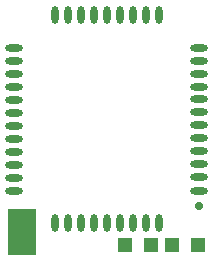
<source format=gbr>
G04 #@! TF.FileFunction,Paste,Top*
%FSLAX46Y46*%
G04 Gerber Fmt 4.6, Leading zero omitted, Abs format (unit mm)*
G04 Created by KiCad (PCBNEW 4.0.6) date 08/13/17 18:46:42*
%MOMM*%
%LPD*%
G01*
G04 APERTURE LIST*
%ADD10C,0.100000*%
%ADD11R,1.200000X1.200000*%
%ADD12O,1.500000X0.600000*%
%ADD13O,0.600000X1.500000*%
%ADD14C,0.700000*%
%ADD15R,2.420000X4.000000*%
G04 APERTURE END LIST*
D10*
D11*
X156951000Y-89645000D03*
X159151000Y-89645000D03*
X155141000Y-89645000D03*
X152941000Y-89645000D03*
D12*
X143571000Y-83895000D03*
X143571000Y-82795000D03*
X143571000Y-81695000D03*
X143571000Y-80595000D03*
X143571000Y-79495000D03*
X143561000Y-78395000D03*
X143571000Y-77295000D03*
X143561000Y-76195000D03*
X143561000Y-75095000D03*
X143561000Y-73995000D03*
X143571000Y-72885000D03*
X143571000Y-84995000D03*
D13*
X147006000Y-87730000D03*
X148116000Y-87740000D03*
X149216000Y-87740000D03*
X150316000Y-87740000D03*
X151416000Y-87730000D03*
X152516000Y-87740000D03*
X153616000Y-87730000D03*
X154716000Y-87730000D03*
X155816000Y-87730000D03*
X147016000Y-70150000D03*
X148116000Y-70150000D03*
X149216000Y-70150000D03*
X150316000Y-70140000D03*
X151416000Y-70150000D03*
X152516000Y-70140000D03*
X153616000Y-70140000D03*
X154716000Y-70140000D03*
X155826000Y-70150000D03*
D12*
X159261000Y-72885000D03*
X159261000Y-73985000D03*
X159261000Y-84995000D03*
X159271000Y-83885000D03*
X159271000Y-82785000D03*
X159271000Y-81685000D03*
X159261000Y-80585000D03*
X159271000Y-79485000D03*
X159261000Y-78385000D03*
X159261000Y-77285000D03*
X159261000Y-76185000D03*
X159261000Y-75085000D03*
X159261000Y-73985000D03*
D14*
X159271000Y-86295000D03*
D15*
X144231000Y-88515000D03*
M02*

</source>
